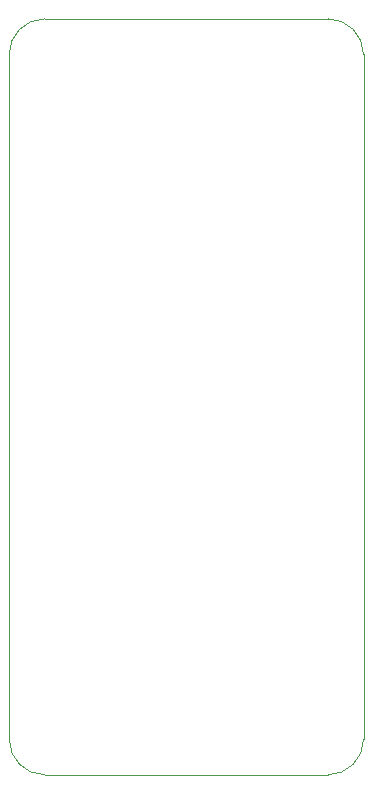
<source format=gbr>
%TF.GenerationSoftware,KiCad,Pcbnew,9.0.0*%
%TF.CreationDate,2025-04-12T21:57:36+03:00*%
%TF.ProjectId,kikad,6b696b61-642e-46b6-9963-61645f706362,rev?*%
%TF.SameCoordinates,Original*%
%TF.FileFunction,Profile,NP*%
%FSLAX46Y46*%
G04 Gerber Fmt 4.6, Leading zero omitted, Abs format (unit mm)*
G04 Created by KiCad (PCBNEW 9.0.0) date 2025-04-12 21:57:36*
%MOMM*%
%LPD*%
G01*
G04 APERTURE LIST*
%TA.AperFunction,Profile*%
%ADD10C,0.050000*%
%TD*%
G04 APERTURE END LIST*
D10*
X193000000Y-57000000D02*
X193000000Y-115000000D01*
X166000000Y-54000000D02*
X190000000Y-54000000D01*
X163000000Y-115000000D02*
X163000000Y-57000000D01*
X190000000Y-118000000D02*
X166000000Y-118000000D01*
X193000000Y-115000000D02*
G75*
G02*
X190000000Y-118000000I-3000000J0D01*
G01*
X166000000Y-118000000D02*
G75*
G02*
X163000000Y-115000000I0J3000000D01*
G01*
X163000000Y-57000000D02*
G75*
G02*
X166000000Y-54000000I3000000J0D01*
G01*
X190000000Y-54000000D02*
G75*
G02*
X193000000Y-57000000I0J-3000000D01*
G01*
M02*

</source>
